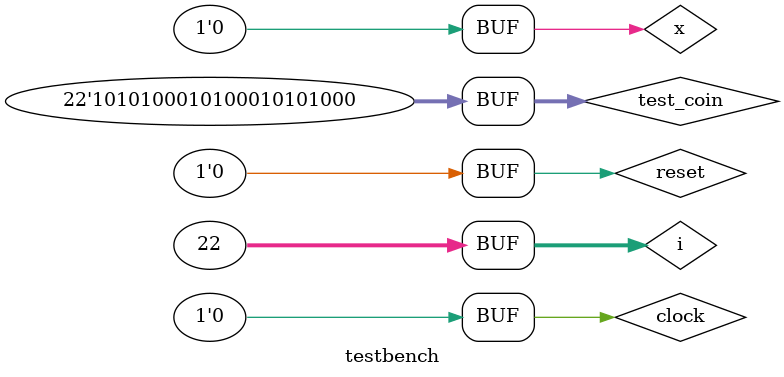
<source format=v>
`timescale 1ns / 1ps


module testbench(
    );
    reg x,clock,reset;
    wire z;
    
    integer i=0;
    reg[0:21] test_coin=22'b1010100010100010101000;
    //ÕâÊÇÊäÈëµÄÓ²±ÒÐòÁÐÖÐ 1 ±íÊ¾Í¶ÈëÒ»Ã¶Ó²±Ò 0±íÊ¾Ã»ÓÐÍ¶ÈëÓ²±Ò 
    //ÒªÇóµÄÊä³öÊÇÍ¶ÈëËÄÃ¶Ó²±ÒºóZ=1
    //ÊäÈëÐòÁÐ1ºóÃæ±Ø¶¨¸úÉÏÒ»¸ö0£¬ÒòÎª1Ó²±ÒÍ¶ÈëµÄÊ±¼ä²»¿ÉÄÜÊÇÁ¬Ðø²»¶ÏµÄÍ¶Èë
    parameter period = 10;
    
initial begin
    reset=1'b1;
    x =1'b0;
    //±£Ö¤³õÊ¼×´Ì¬
    #(period);
    reset=1'b0;
    for(i=0;i<22;i=i+1)
    begin
        x = test_coin[i];
        //ÊäÈëx´Óµ±Ç°µÄÓ²±ÒÐòÁÐºÅ×ª»»³ÉÏÂÒ»Ó²±ÒÐòÁÐºÅ
        #period;
    end
end

    always 
    begin
        clock=1'b1;
        #(period);
        clock=1'b0;
        #(period);
    end
    
ex3 u_ex3(
    .X(x),
    .CLK(clock),
    .RESET(reset),
    .Z(z)
);
endmodule

</source>
